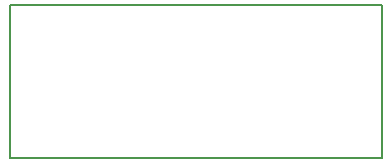
<source format=gbr>
G04 #@! TF.GenerationSoftware,KiCad,Pcbnew,(5.0.0)*
G04 #@! TF.CreationDate,2019-03-20T16:36:05+03:00*
G04 #@! TF.ProjectId,Rs485_adapter,52733438355F616461707465722E6B69,rev?*
G04 #@! TF.SameCoordinates,Original*
G04 #@! TF.FileFunction,Profile,NP*
%FSLAX46Y46*%
G04 Gerber Fmt 4.6, Leading zero omitted, Abs format (unit mm)*
G04 Created by KiCad (PCBNEW (5.0.0)) date 03/20/19 16:36:05*
%MOMM*%
%LPD*%
G01*
G04 APERTURE LIST*
%ADD10C,0.150000*%
G04 APERTURE END LIST*
D10*
X134250000Y-84500000D02*
X134250000Y-97500000D01*
X165750000Y-97500000D02*
X165750000Y-84500000D01*
X165750000Y-84500000D02*
X134250000Y-84500000D01*
X134250000Y-97500000D02*
X165750000Y-97500000D01*
M02*

</source>
